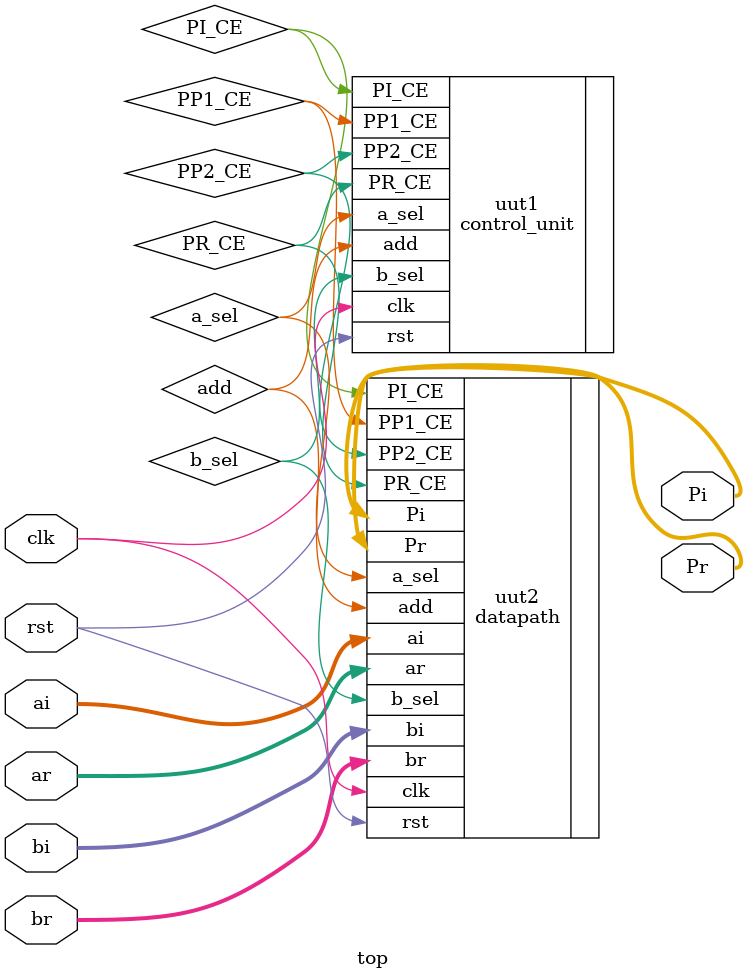
<source format=v>
module top(
    input rst, clk,
    input [11:0] ar, ai, br, bi,
    output [23:0] Pi, Pr
);
    
    wire PP1_CE, PP2_CE, a_sel, b_sel, add, PI_CE, PR_CE;
    
    control_unit uut1(
        .clk(clk),
        .rst(rst),
        .a_sel(a_sel),
        .b_sel(b_sel),
        .PP1_CE(PP1_CE),
        .PP2_CE(PP2_CE),
        .add(add),
        .PR_CE(PR_CE),
        .PI_CE(PI_CE)
    );
    
    datapath uut2(
        .clk(clk),
        .rst(rst),
        .a_sel(a_sel),
        .b_sel(b_sel),
        .PP1_CE(PP1_CE),
        .PP2_CE(PP2_CE),
        .add(add),
        .PR_CE(PR_CE),
        .PI_CE(PI_CE),
        .ar(ar),
        .ai(ai),
        .br(br),
        .bi(bi),
        .Pr(Pr),
        .Pi(Pi)
    );

endmodule

</source>
